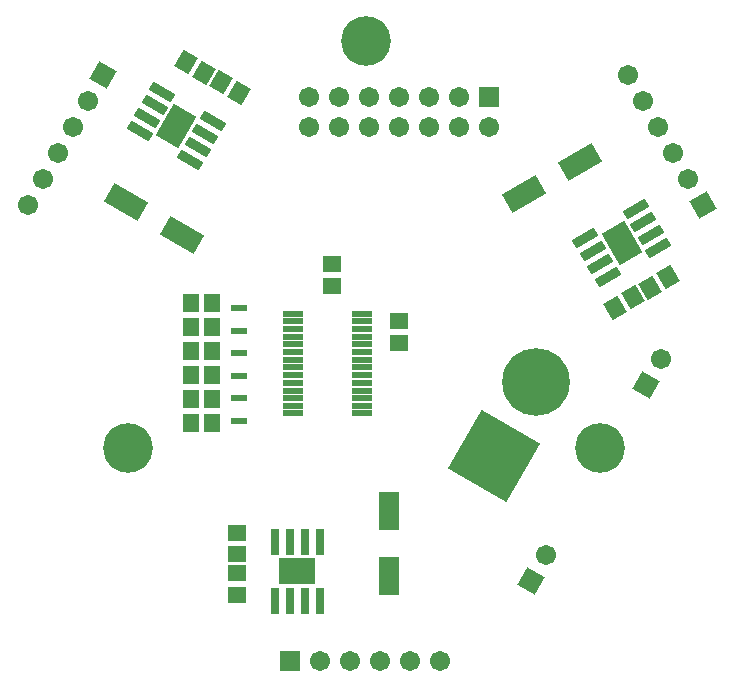
<source format=gts>
G04*
G04 #@! TF.GenerationSoftware,Altium Limited,Altium Designer,18.1.11 (251)*
G04*
G04 Layer_Color=8388736*
%FSLAX24Y24*%
%MOIN*%
G70*
G01*
G75*
G04:AMPARAMS|DCode=28|XSize=130mil|YSize=71mil|CornerRadius=0mil|HoleSize=0mil|Usage=FLASHONLY|Rotation=330.000|XOffset=0mil|YOffset=0mil|HoleType=Round|Shape=Rectangle|*
%AMROTATEDRECTD28*
4,1,4,-0.0740,0.0018,-0.0385,0.0632,0.0740,-0.0018,0.0385,-0.0632,-0.0740,0.0018,0.0*
%
%ADD28ROTATEDRECTD28*%

%ADD29R,0.0710X0.1300*%
G04:AMPARAMS|DCode=30|XSize=130mil|YSize=71mil|CornerRadius=0mil|HoleSize=0mil|Usage=FLASHONLY|Rotation=210.000|XOffset=0mil|YOffset=0mil|HoleType=Round|Shape=Rectangle|*
%AMROTATEDRECTD30*
4,1,4,0.0385,0.0632,0.0740,0.0018,-0.0385,-0.0632,-0.0740,-0.0018,0.0385,0.0632,0.0*
%
%ADD30ROTATEDRECTD30*%

G04:AMPARAMS|DCode=31|XSize=63.1mil|YSize=55.2mil|CornerRadius=0mil|HoleSize=0mil|Usage=FLASHONLY|Rotation=120.000|XOffset=0mil|YOffset=0mil|HoleType=Round|Shape=Rectangle|*
%AMROTATEDRECTD31*
4,1,4,0.0397,-0.0135,-0.0081,-0.0411,-0.0397,0.0135,0.0081,0.0411,0.0397,-0.0135,0.0*
%
%ADD31ROTATEDRECTD31*%

G04:AMPARAMS|DCode=32|XSize=85.6mil|YSize=31.6mil|CornerRadius=0mil|HoleSize=0mil|Usage=FLASHONLY|Rotation=30.000|XOffset=0mil|YOffset=0mil|HoleType=Round|Shape=Rectangle|*
%AMROTATEDRECTD32*
4,1,4,-0.0291,-0.0351,-0.0450,-0.0077,0.0291,0.0351,0.0450,0.0077,-0.0291,-0.0351,0.0*
%
%ADD32ROTATEDRECTD32*%

G04:AMPARAMS|DCode=33|XSize=87.5mil|YSize=121mil|CornerRadius=0mil|HoleSize=0mil|Usage=FLASHONLY|Rotation=30.000|XOffset=0mil|YOffset=0mil|HoleType=Round|Shape=Rectangle|*
%AMROTATEDRECTD33*
4,1,4,-0.0077,-0.0743,-0.0681,0.0305,0.0077,0.0743,0.0681,-0.0305,-0.0077,-0.0743,0.0*
%
%ADD33ROTATEDRECTD33*%

G04:AMPARAMS|DCode=34|XSize=63.1mil|YSize=55.2mil|CornerRadius=0mil|HoleSize=0mil|Usage=FLASHONLY|Rotation=240.000|XOffset=0mil|YOffset=0mil|HoleType=Round|Shape=Rectangle|*
%AMROTATEDRECTD34*
4,1,4,-0.0081,0.0411,0.0397,0.0135,0.0081,-0.0411,-0.0397,-0.0135,-0.0081,0.0411,0.0*
%
%ADD34ROTATEDRECTD34*%

G04:AMPARAMS|DCode=35|XSize=85.6mil|YSize=31.6mil|CornerRadius=0mil|HoleSize=0mil|Usage=FLASHONLY|Rotation=150.000|XOffset=0mil|YOffset=0mil|HoleType=Round|Shape=Rectangle|*
%AMROTATEDRECTD35*
4,1,4,0.0450,-0.0077,0.0291,-0.0351,-0.0450,0.0077,-0.0291,0.0351,0.0450,-0.0077,0.0*
%
%ADD35ROTATEDRECTD35*%

G04:AMPARAMS|DCode=36|XSize=87.5mil|YSize=121mil|CornerRadius=0mil|HoleSize=0mil|Usage=FLASHONLY|Rotation=150.000|XOffset=0mil|YOffset=0mil|HoleType=Round|Shape=Rectangle|*
%AMROTATEDRECTD36*
4,1,4,0.0681,0.0305,0.0077,-0.0743,-0.0681,-0.0305,-0.0077,0.0743,0.0681,0.0305,0.0*
%
%ADD36ROTATEDRECTD36*%

%ADD37R,0.0631X0.0552*%
%ADD38R,0.0660X0.0220*%
%ADD39R,0.0552X0.0631*%
%ADD40R,0.0277X0.0198*%
%ADD41R,0.0316X0.0856*%
%ADD42R,0.1210X0.0875*%
%ADD43P,0.0948X4X165.0*%
%ADD44C,0.0671*%
%ADD45R,0.0671X0.0671*%
%ADD46P,0.0948X4X285.0*%
%ADD47P,0.3184X4X105.0*%
%ADD48C,0.2252*%
%ADD49C,0.1655*%
D28*
X36650Y39700D02*
D03*
X34771Y40785D02*
D03*
D29*
X43550Y30485D02*
D03*
Y28315D02*
D03*
D30*
X48042Y41049D02*
D03*
X49921Y42134D02*
D03*
D31*
X52244Y37933D02*
D03*
X52858Y38287D02*
D03*
X51689Y37612D02*
D03*
X51075Y37258D02*
D03*
D32*
X50090Y39576D02*
D03*
X50340Y39143D02*
D03*
X50590Y38709D02*
D03*
X50840Y38276D02*
D03*
X52527Y39251D02*
D03*
X52277Y39684D02*
D03*
X52027Y40117D02*
D03*
X51777Y40550D02*
D03*
D33*
X51308Y39413D02*
D03*
D34*
X37396Y45092D02*
D03*
X36782Y45446D02*
D03*
X37951Y44771D02*
D03*
X38565Y44417D02*
D03*
D35*
X36925Y42188D02*
D03*
X37175Y42621D02*
D03*
X37425Y43054D02*
D03*
X37675Y43487D02*
D03*
X35988Y44461D02*
D03*
X35738Y44028D02*
D03*
X35488Y43595D02*
D03*
X35238Y43162D02*
D03*
D36*
X36456Y43325D02*
D03*
D37*
X38500Y29046D02*
D03*
Y29754D02*
D03*
X38500Y28404D02*
D03*
Y27696D02*
D03*
X43900Y36804D02*
D03*
Y36096D02*
D03*
X41650Y38704D02*
D03*
Y37996D02*
D03*
D38*
X40350Y37060D02*
D03*
Y36810D02*
D03*
Y36550D02*
D03*
Y36300D02*
D03*
Y36040D02*
D03*
Y35780D02*
D03*
Y35530D02*
D03*
Y35270D02*
D03*
Y35020D02*
D03*
Y34760D02*
D03*
Y34500D02*
D03*
Y34250D02*
D03*
Y33990D02*
D03*
Y33740D02*
D03*
X42650D02*
D03*
Y33990D02*
D03*
Y34250D02*
D03*
Y34500D02*
D03*
Y34760D02*
D03*
Y35020D02*
D03*
Y35270D02*
D03*
Y35530D02*
D03*
Y35780D02*
D03*
Y36040D02*
D03*
Y36300D02*
D03*
Y36550D02*
D03*
Y36810D02*
D03*
Y37060D02*
D03*
D39*
X36946Y33412D02*
D03*
X37654D02*
D03*
X36946Y34212D02*
D03*
X37654D02*
D03*
X36946Y35012D02*
D03*
X37654D02*
D03*
X36946Y35812D02*
D03*
X37654D02*
D03*
X36946Y36612D02*
D03*
X37654D02*
D03*
X36946Y37412D02*
D03*
X37654D02*
D03*
D40*
X38688Y34250D02*
D03*
X38412D02*
D03*
X38688Y33500D02*
D03*
X38412D02*
D03*
X38688Y35000D02*
D03*
X38412D02*
D03*
X38412Y35750D02*
D03*
X38688D02*
D03*
X38412Y36500D02*
D03*
X38688D02*
D03*
X38412Y37250D02*
D03*
X38688D02*
D03*
D41*
X41250Y29449D02*
D03*
X40750D02*
D03*
X40250D02*
D03*
X39750D02*
D03*
Y27500D02*
D03*
X40250D02*
D03*
X40750D02*
D03*
X41250D02*
D03*
D42*
X40500Y28474D02*
D03*
D43*
X54009Y40684D02*
D03*
D44*
X53509Y41550D02*
D03*
X53009Y42416D02*
D03*
X52509Y43282D02*
D03*
X52009Y44148D02*
D03*
X51509Y45014D02*
D03*
X46900Y43300D02*
D03*
X45900Y44300D02*
D03*
Y43300D02*
D03*
X44900Y44300D02*
D03*
Y43300D02*
D03*
X43900Y44300D02*
D03*
Y43300D02*
D03*
X42900Y44300D02*
D03*
Y43300D02*
D03*
X41900Y44300D02*
D03*
Y43300D02*
D03*
X40900Y44300D02*
D03*
Y43300D02*
D03*
X33506Y44162D02*
D03*
X33006Y43296D02*
D03*
X32506Y42430D02*
D03*
X32006Y41564D02*
D03*
X31506Y40698D02*
D03*
X48800Y29016D02*
D03*
X52632Y35566D02*
D03*
X41250Y25500D02*
D03*
X42250D02*
D03*
X43250D02*
D03*
X44250D02*
D03*
X45250D02*
D03*
D45*
X46900Y44300D02*
D03*
X40250Y25500D02*
D03*
D46*
X34006Y45028D02*
D03*
X48300Y28150D02*
D03*
X52132Y34700D02*
D03*
D47*
X47041Y32323D02*
D03*
D48*
X48459Y34777D02*
D03*
D49*
X50600Y32600D02*
D03*
X34850D02*
D03*
X42800Y46150D02*
D03*
M02*

</source>
